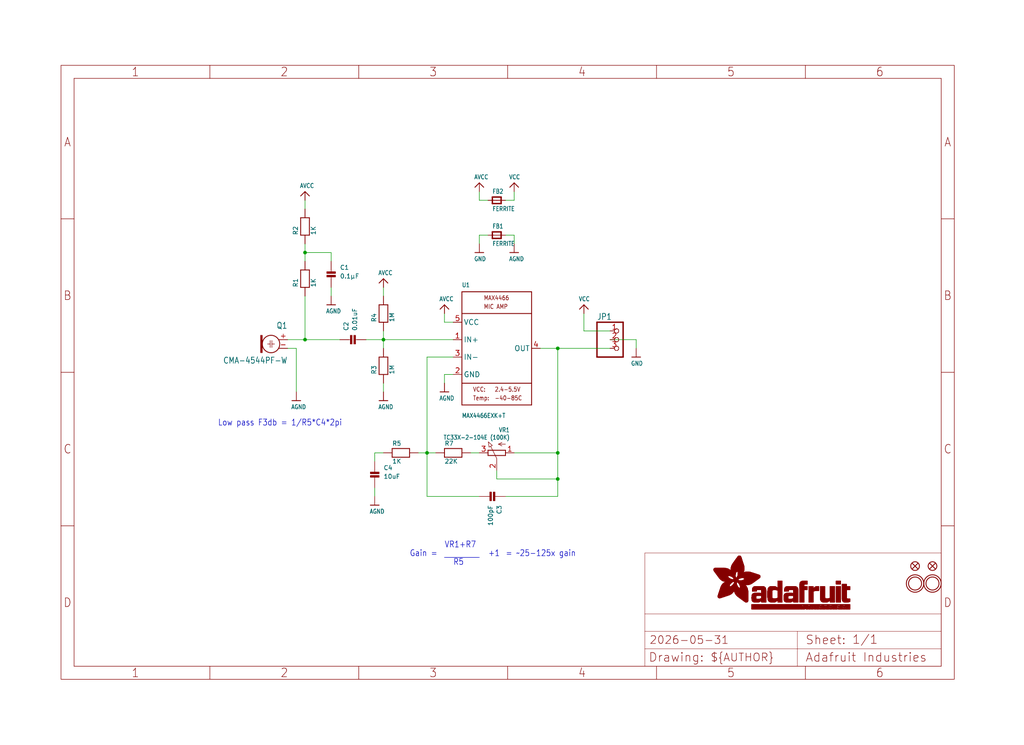
<source format=kicad_sch>
(kicad_sch (version 20250114) (generator "eeschema") (generator_version "9.0")
  (paper "User" 298.45 217.322)
  (lib_symbols
    (symbol "ece362proj-eagle-import:AGND" (power)
      (symbol "AGND_1_0"
        (pin power_in line (at 0 2.54 270) (length 2.54) (name "AGND") (number "1"))
      )
    )
    (symbol "ece362proj-eagle-import:AVCC" (power)
      (symbol "AVCC_1_0"
        (pin power_in line (at 0 -2.54 90) (length 2.54) (name "AVCC") (number "1"))
      )
    )
    (symbol "ece362proj-eagle-import:CAP_CERAMIC0805"
      (property "Reference" "C" (at 2.54 2.54 0))
      (symbol "CAP_CERAMIC0805_1_0"
        (pin passive line (at 0 5.08 270) (length 2.54) (name "P$1") (number "1"))
        (pin passive line (at 0 -2.54 90) (length 2.54) (name "P$2") (number "2"))
      )
    )
    (symbol "ece362proj-eagle-import:ELECTRET"
      (property "Reference" "Q" (at -2.54 -7.62 0))
      (symbol "ELECTRET_1_0"
        (pin passive line (at -2.54 0 0) (length 2.54) (name "1") (number "-"))
        (pin passive line (at -2.54 -2.54 0) (length 2.54) (name "2") (number "+"))
      )
    )
    (symbol "ece362proj-eagle-import:FERRITE0805"
      (property "Reference" "FB" (at -1.27 1.905 0))
      (symbol "FERRITE0805_1_0"
        (pin passive line (at -2.54 0 0) (length 2.54) (name "P$1") (number "1"))
        (pin passive line (at 2.54 0 180) (length 2.54) (name "P$2") (number "2"))
      )
    )
    (symbol "ece362proj-eagle-import:FIDUCIAL{dblquote}{dblquote}")
    (symbol "ece362proj-eagle-import:FRAME_A4_ADAFRUIT"
      (symbol "FRAME_A4_ADAFRUIT_1_0"
        (text "A" (at 1.905 156.6863 0) (effects (font (size 2.54 2.286))))
        (text "B" (at 1.905 111.9188 0) (effects (font (size 2.54 2.286))))
        (text "C" (at 1.905 67.1513 0) (effects (font (size 2.54 2.286))))
        (text "D" (at 1.905 22.3838 0) (effects (font (size 2.54 2.286))))
        (text "1" (at 21.6958 177.165 0) (effects (font (size 2.54 2.286))))
        (text "1" (at 21.6958 1.905 0) (effects (font (size 2.54 2.286))))
        (text "2" (at 65.0875 177.165 0) (effects (font (size 2.54 2.286))))
        (text "2" (at 65.0875 1.905 0) (effects (font (size 2.54 2.286))))
        (text "3" (at 108.4792 177.165 0) (effects (font (size 2.54 2.286))))
        (text "3" (at 108.4792 1.905 0) (effects (font (size 2.54 2.286))))
        (text "4" (at 151.8708 177.165 0) (effects (font (size 2.54 2.286))))
        (text "4" (at 151.8708 1.905 0) (effects (font (size 2.54 2.286))))
        (text "Drawing:" (at 171.196 4.953 0) (effects (font (size 2.54 2.54)) (justify left bottom)))
        (text "${PROJECTNAME}" (at 171.45 15.24 0) (effects (font (size 2.54 2.54)) (justify left bottom)))
        (text "${CURRENT_DATE}" (at 171.45 10.16 0) (effects (font (size 2.286 2.286)) (justify left bottom)))
        (text "${AUTHOR}" (at 189.23 5.08 0) (effects (font (size 2.286 2.286)) (justify left bottom)))
        (text "5" (at 195.2625 177.165 0) (effects (font (size 2.54 2.286))))
        (text "5" (at 195.2625 1.905 0) (effects (font (size 2.54 2.286))))
        (text "Sheet:" (at 216.916 10.033 0) (effects (font (size 2.54 2.54)) (justify left bottom)))
        (text "Adafruit Industries" (at 216.916 4.953 0) (effects (font (size 2.54 2.54)) (justify left bottom)))
        (text "${#}/${##}" (at 230.505 10.16 0) (effects (font (size 2.54 2.54)) (justify left bottom)))
        (text "6" (at 238.6542 177.165 0) (effects (font (size 2.54 2.286))))
        (text "6" (at 238.6542 1.905 0) (effects (font (size 2.54 2.286))))
        (text "A" (at 258.445 156.6863 0) (effects (font (size 2.54 2.286))))
        (text "B" (at 258.445 111.9188 0) (effects (font (size 2.54 2.286))))
        (text "C" (at 258.445 67.1513 0) (effects (font (size 2.54 2.286))))
        (text "D" (at 258.445 22.3838 0) (effects (font (size 2.54 2.286))))
      )
    )
    (symbol "ece362proj-eagle-import:GND" (power)
      (symbol "GND_1_0"
        (pin power_in line (at 0 2.54 270) (length 2.54) (name "GND") (number "1"))
      )
    )
    (symbol "ece362proj-eagle-import:HEADER-1X376MIL"
      (property "Reference" "JP" (at -6.35 5.715 0))
      (symbol "HEADER-1X376MIL_1_0"
        (pin passive inverted (at -2.54 2.54 0) (length 2.54) (name "1") (number "1"))
        (pin passive inverted (at -2.54 0 0) (length 2.54) (name "2") (number "2"))
        (pin passive inverted (at -2.54 -2.54 0) (length 2.54) (name "3") (number "3"))
      )
    )
    (symbol "ece362proj-eagle-import:MAX4466{dblquote}{dblquote}"
      (property "Reference" "U" (at -10.16 17.78 0))
      (symbol "MAX4466{dblquote}{dblquote}_1_0"
        (text "VCC:" (at -6.985 -12.7 0) (effects (font (size 1.27 1.0795)) (justify left bottom)))
        (text "Temp:" (at -6.985 -15.24 0) (effects (font (size 1.27 1.0795)) (justify left bottom)))
        (text "MAX4466" (at -3.81 13.97 0) (effects (font (size 1.27 1.0795)) (justify left bottom)))
        (text "MIC AMP" (at -3.81 11.43 0) (effects (font (size 1.27 1.0795)) (justify left bottom)))
        (text "2.4-5.5V" (at -0.635 -12.7 0) (effects (font (size 1.27 1.0795)) (justify left bottom)))
        (text "-40-85C" (at -0.635 -15.24 0) (effects (font (size 1.27 1.0795)) (justify left bottom)))
        (pin bidirectional line (at -12.7 7.62 0) (length 2.54) (name "VCC") (number "5"))
        (pin bidirectional line (at -12.7 2.54 0) (length 2.54) (name "IN+") (number "1"))
        (pin bidirectional line (at -12.7 -2.54 0) (length 2.54) (name "IN-") (number "3"))
        (pin bidirectional line (at -12.7 -7.62 0) (length 2.54) (name "GND") (number "2"))
        (pin bidirectional line (at 12.7 0 180) (length 2.54) (name "OUT") (number "4"))
      )
    )
    (symbol "ece362proj-eagle-import:MOUNTINGHOLE2.5")
    (symbol "ece362proj-eagle-import:RESISTOR0805"
      (property "Reference" "R" (at -2.54 2.032 0))
      (symbol "RESISTOR0805_1_0"
        (pin passive line (at -5.08 0 0) (length 2.54) (name "1") (number "1"))
        (pin passive line (at 5.08 0 180) (length 2.54) (name "2") (number "2"))
      )
    )
    (symbol "ece362proj-eagle-import:TRIMPOTTC33X-2"
      (property "Reference" "VR" (at -5.969 -3.81 90))
      (symbol "TRIMPOTTC33X-2_1_0"
        (pin passive line (at 0 5.08 270) (length 2.54) (name "E") (number "3"))
        (pin passive line (at 0 -5.08 90) (length 2.54) (name "A") (number "1"))
        (pin passive line (at 5.08 0 180) (length 2.54) (name "S") (number "2"))
      )
    )
    (symbol "ece362proj-eagle-import:VCC" (power)
      (symbol "VCC_1_0"
        (pin power_in line (at 0 -2.54 90) (length 2.54) (name "VCC") (number "1"))
      )
    )
  )
  (text "Low pass F3db = 1/R5*C4*2pi" (at 63.5 124.46 0) (effects (font (size 1.778 1.5113)) (justify left bottom)))
  (text "+1" (at 142.24 162.56 0) (effects (font (size 1.778 1.5113)) (justify left bottom)))
  (text "VR1+R7" (at 129.54 160.02 0) (effects (font (size 1.778 1.5113)) (justify left bottom)))
  (text "Gain =" (at 119.38 162.56 0) (effects (font (size 1.778 1.5113)) (justify left bottom)))
  (text "= ~25-125x gain" (at 147.32 162.56 0) (effects (font (size 1.778 1.5113)) (justify left bottom)))
  (text "R5" (at 132.08 165.1 0) (effects (font (size 1.778 1.5113)) (justify left bottom)))
  (junction (at 124.46 132.08))
  (junction (at 88.9 73.66))
  (junction (at 162.56 139.7))
  (junction (at 162.56 132.08))
  (junction (at 111.76 99.06))
  (junction (at 162.56 101.6))
  (junction (at 88.9 99.06))
  (wire (pts (xy 111.76 83.82) (xy 111.76 86.36)) (stroke (width 0.1524)))
  (wire (pts (xy 88.9 71.12) (xy 88.9 73.66)) (stroke (width 0.1524)))
  (wire (pts (xy 111.76 99.06) (xy 106.68 99.06)) (stroke (width 0.1524)))
  (wire (pts (xy 132.08 109.22) (xy 129.54 109.22)) (stroke (width 0.1524)))
  (wire (pts (xy 109.22 142.24) (xy 109.22 144.78)) (stroke (width 0.1524)))
  (wire (pts (xy 88.9 60.96) (xy 88.9 58.42)) (stroke (width 0.1524)))
  (wire (pts (xy 139.7 55.88) (xy 139.7 58.42)) (stroke (width 0.1524)))
  (wire (pts (xy 144.78 139.7) (xy 162.56 139.7)) (stroke (width 0.1524)))
  (wire (pts (xy 149.86 55.88) (xy 149.86 58.42)) (stroke (width 0.1524)))
  (wire (pts (xy 129.54 109.22) (xy 129.54 111.76)) (stroke (width 0.1524)))
  (wire (pts (xy 96.52 73.66) (xy 96.52 76.2)) (stroke (width 0.1524)))
  (wire (pts (xy 177.8 96.52) (xy 170.18 96.52)) (stroke (width 0.1524)))
  (wire (pts (xy 162.56 139.7) (xy 162.56 132.08)) (stroke (width 0.1524)))
  (wire (pts (xy 124.46 132.08) (xy 127 132.08)) (stroke (width 0.1524)))
  (wire (pts (xy 111.76 111.76) (xy 111.76 114.3)) (stroke (width 0.1524)))
  (wire (pts (xy 88.9 73.66) (xy 96.52 73.66)) (stroke (width 0.1524)))
  (wire (pts (xy 88.9 99.06) (xy 83.82 99.06)) (stroke (width 0.1524)))
  (wire (pts (xy 109.22 132.08) (xy 109.22 134.62)) (stroke (width 0.1524)))
  (wire (pts (xy 99.06 99.06) (xy 88.9 99.06)) (stroke (width 0.1524)))
  (wire (pts (xy 149.86 68.58) (xy 149.86 71.12)) (stroke (width 0.1524)))
  (wire (pts (xy 162.56 132.08) (xy 162.56 101.6)) (stroke (width 0.1524)))
  (wire (pts (xy 139.7 71.12) (xy 139.7 68.58)) (stroke (width 0.1524)))
  (wire (pts (xy 162.56 101.6) (xy 157.48 101.6)) (stroke (width 0.1524)))
  (wire (pts (xy 111.76 132.08) (xy 109.22 132.08)) (stroke (width 0.1524)))
  (wire (pts (xy 88.9 73.66) (xy 88.9 76.2)) (stroke (width 0.1524)))
  (wire (pts (xy 83.82 101.6) (xy 86.36 101.6)) (stroke (width 0.1524)))
  (wire (pts (xy 132.08 104.14) (xy 124.46 104.14)) (stroke (width 0.1524)))
  (wire (pts (xy 121.92 132.08) (xy 124.46 132.08)) (stroke (width 0.1524)))
  (wire (pts (xy 124.46 104.14) (xy 124.46 132.08)) (stroke (width 0.1524)))
  (wire (pts (xy 96.52 83.82) (xy 96.52 86.36)) (stroke (width 0.1524)))
  (wire (pts (xy 147.32 144.78) (xy 162.56 144.78)) (stroke (width 0.1524)))
  (wire (pts (xy 86.36 101.6) (xy 86.36 114.3)) (stroke (width 0.1524)))
  (wire (pts (xy 170.18 96.52) (xy 170.18 91.44)) (stroke (width 0.1524)))
  (polyline (pts (xy 129.54 162.56) (xy 139.7 162.56)) (stroke (width 0.1524) (type solid)))
  (wire (pts (xy 137.16 132.08) (xy 139.7 132.08)) (stroke (width 0.1524)))
  (wire (pts (xy 111.76 99.06) (xy 111.76 101.6)) (stroke (width 0.1524)))
  (wire (pts (xy 147.32 68.58) (xy 149.86 68.58)) (stroke (width 0.1524)))
  (wire (pts (xy 177.8 99.06) (xy 185.42 99.06)) (stroke (width 0.1524)))
  (wire (pts (xy 149.86 58.42) (xy 147.32 58.42)) (stroke (width 0.1524)))
  (wire (pts (xy 139.7 68.58) (xy 142.24 68.58)) (stroke (width 0.1524)))
  (wire (pts (xy 139.7 58.42) (xy 142.24 58.42)) (stroke (width 0.1524)))
  (wire (pts (xy 162.56 101.6) (xy 177.8 101.6)) (stroke (width 0.1524)))
  (wire (pts (xy 111.76 96.52) (xy 111.76 99.06)) (stroke (width 0.1524)))
  (wire (pts (xy 162.56 144.78) (xy 162.56 139.7)) (stroke (width 0.1524)))
  (wire (pts (xy 124.46 132.08) (xy 124.46 144.78)) (stroke (width 0.1524)))
  (wire (pts (xy 132.08 93.98) (xy 129.54 93.98)) (stroke (width 0.1524)))
  (wire (pts (xy 88.9 86.36) (xy 88.9 99.06)) (stroke (width 0.1524)))
  (wire (pts (xy 124.46 144.78) (xy 139.7 144.78)) (stroke (width 0.1524)))
  (wire (pts (xy 129.54 93.98) (xy 129.54 91.44)) (stroke (width 0.1524)))
  (wire (pts (xy 149.86 132.08) (xy 162.56 132.08)) (stroke (width 0.1524)))
  (wire (pts (xy 185.42 99.06) (xy 185.42 101.6)) (stroke (width 0.1524)))
  (wire (pts (xy 144.78 137.16) (xy 144.78 139.7)) (stroke (width 0.1524)))
  (wire (pts (xy 132.08 99.06) (xy 111.76 99.06)) (stroke (width 0.1524)))
  (symbol (lib_id "ece362proj-eagle-import:FIDUCIAL{dblquote}{dblquote}") (at 266.7 165.1 0) (unit 1)
    (property "Reference" "FID2" (effects (hide yes)))
    (property "Value" "FIDUCIAL{dblquote}{dblquote}" (effects (hide yes)))
    (property "Footprint" "ece362proj:FIDUCIAL_1MM" (effects (hide yes)))
  )
  (symbol (lib_id "ece362proj-eagle-import:MAX4466{dblquote}{dblquote}") (at 144.78 101.6 0) (unit 1)
    (property "Reference" "U1" (at 134.62 83.82 0) (effects (font (size 1.27 1.0795)) (justify left bottom)))
    (property "Value" "MAX4466EXK+T" (at 134.62 121.92 0) (effects (font (size 1.27 1.0795)) (justify left bottom)))
    (property "Footprint" "ece362proj:SC70-5" (effects (hide yes)))
  )
  (symbol (lib_id "ece362proj-eagle-import:CAP_CERAMIC0805") (at 104.14 99.06 90) (unit 1)
    (property "Reference" "C2" (at 101.6 96.52 0) (effects (justify left bottom)))
    (property "Value" "0.01uF" (at 104.14 96.52 0) (effects (justify left bottom)))
    (property "Footprint" "ece362proj:0805" (effects (hide yes)))
  )
  (symbol (lib_id "ece362proj-eagle-import:RESISTOR0805") (at 132.08 132.08 0) (unit 1)
    (property "Reference" "R7" (at 129.54 130.048 0) (effects (justify left bottom)))
    (property "Value" "22K" (at 129.54 135.255 0) (effects (justify left bottom)))
    (property "Footprint" "ece362proj:0805" (effects (hide yes)))
  )
  (symbol (lib_id "ece362proj-eagle-import:ELECTRET") (at 81.28 101.6 180) (unit 1)
    (property "Reference" "Q1" (at 83.82 93.98 0) (effects (font (size 1.778 1.5113)) (justify left bottom)))
    (property "Value" "CMA-4544PF-W" (at 83.82 104.14 0) (effects (font (size 1.778 1.5113)) (justify left bottom)))
    (property "Footprint" "ece362proj:ELECTRET_9.7" (effects (hide yes)))
  )
  (symbol (lib_id "ece362proj-eagle-import:CAP_CERAMIC0805") (at 142.24 144.78 270) (unit 1)
    (property "Reference" "C3" (at 144.78 147.32 0) (effects (justify left bottom)))
    (property "Value" "100pF" (at 142.24 147.32 0) (effects (justify left bottom)))
    (property "Footprint" "ece362proj:0805" (effects (hide yes)))
  )
  (symbol (lib_id "ece362proj-eagle-import:CAP_CERAMIC0805") (at 96.52 81.28 0) (unit 1)
    (property "Reference" "C1" (at 99.06 78.74 0) (effects (justify left bottom)))
    (property "Value" "0.1µF" (at 99.06 81.28 0) (effects (justify left bottom)))
    (property "Footprint" "ece362proj:0805" (effects (hide yes)))
  )
  (symbol (lib_id "ece362proj-eagle-import:AVCC") (at 88.9 55.88 0) (unit 1)
    (property "Reference" "#U$4" (effects (hide yes)))
    (property "Value" "AVCC" (at 87.376 54.864 0) (effects (font (size 1.27 1.0795)) (justify left bottom)))
  )
  (symbol (lib_id "ece362proj-eagle-import:AGND") (at 109.22 147.32 0) (unit 1)
    (property "Reference" "#U$5" (effects (hide yes)))
    (property "Value" "AGND" (at 107.696 149.86 0) (effects (font (size 1.27 1.0795)) (justify left bottom)))
  )
  (symbol (lib_id "ece362proj-eagle-import:GND") (at 139.7 73.66 0) (unit 1)
    (property "Reference" "#U$7" (effects (hide yes)))
    (property "Value" "GND" (at 138.176 76.2 0) (effects (font (size 1.27 1.0795)) (justify left bottom)))
  )
  (symbol (lib_id "ece362proj-eagle-import:RESISTOR0805") (at 88.9 81.28 90) (unit 1)
    (property "Reference" "R1" (at 86.868 83.82 0) (effects (justify left bottom)))
    (property "Value" "1K" (at 92.075 83.82 0) (effects (justify left bottom)))
    (property "Footprint" "ece362proj:0805" (effects (hide yes)))
  )
  (symbol (lib_id "ece362proj-eagle-import:HEADER-1X376MIL") (at 180.34 99.06 0) (unit 1)
    (property "Reference" "JP1" (at 173.99 93.345 0) (effects (font (size 1.778 1.5113)) (justify left bottom)))
    (property "Value" "HEADER-1X376MIL" (effects (hide yes)))
    (property "Footprint" "ece362proj:1X03_ROUND_76" (effects (hide yes)))
  )
  (symbol (lib_id "ece362proj-eagle-import:RESISTOR0805") (at 111.76 91.44 90) (unit 1)
    (property "Reference" "R4" (at 109.728 93.98 0) (effects (justify left bottom)))
    (property "Value" "1M" (at 114.935 93.98 0) (effects (justify left bottom)))
    (property "Footprint" "ece362proj:0805" (effects (hide yes)))
  )
  (symbol (lib_id "ece362proj-eagle-import:CAP_CERAMIC0805") (at 109.22 139.7 0) (unit 1)
    (property "Reference" "C4" (at 111.76 137.16 0) (effects (justify left bottom)))
    (property "Value" "10uF" (at 111.76 139.7 0) (effects (justify left bottom)))
    (property "Footprint" "ece362proj:0805" (effects (hide yes)))
  )
  (symbol (lib_id "ece362proj-eagle-import:RESISTOR0805") (at 88.9 66.04 90) (unit 1)
    (property "Reference" "R2" (at 86.868 68.58 0) (effects (justify left bottom)))
    (property "Value" "1K" (at 92.075 68.58 0) (effects (justify left bottom)))
    (property "Footprint" "ece362proj:0805" (effects (hide yes)))
  )
  (symbol (lib_id "ece362proj-eagle-import:VCC") (at 149.86 53.34 0) (unit 1)
    (property "Reference" "#P+4" (effects (hide yes)))
    (property "Value" "VCC" (at 148.336 52.324 0) (effects (font (size 1.27 1.0795)) (justify left bottom)))
  )
  (symbol (lib_id "ece362proj-eagle-import:RESISTOR0805") (at 116.84 132.08 0) (unit 1)
    (property "Reference" "R5" (at 114.3 130.048 0) (effects (justify left bottom)))
    (property "Value" "1K" (at 114.3 135.255 0) (effects (justify left bottom)))
    (property "Footprint" "ece362proj:0805" (effects (hide yes)))
  )
  (symbol (lib_id "ece362proj-eagle-import:AGND") (at 129.54 114.3 0) (unit 1)
    (property "Reference" "#U$8" (effects (hide yes)))
    (property "Value" "AGND" (at 128.016 116.84 0) (effects (font (size 1.27 1.0795)) (justify left bottom)))
  )
  (symbol (lib_id "ece362proj-eagle-import:VCC") (at 170.18 88.9 0) (unit 1)
    (property "Reference" "#P+1" (effects (hide yes)))
    (property "Value" "VCC" (at 168.656 87.884 0) (effects (font (size 1.27 1.0795)) (justify left bottom)))
  )
  (symbol (lib_id "ece362proj-eagle-import:FERRITE0805") (at 144.78 68.58 0) (unit 1)
    (property "Reference" "FB1" (at 143.51 66.675 0) (effects (font (size 1.27 1.0795)) (justify left bottom)))
    (property "Value" "FERRITE" (at 143.51 71.755 0) (effects (font (size 1.27 1.0795)) (justify left bottom)))
    (property "Footprint" "ece362proj:0805" (effects (hide yes)))
  )
  (symbol (lib_id "ece362proj-eagle-import:FRAME_A4_ADAFRUIT") (at 17.78 198.12 0) (unit 1)
    (property "Reference" "#U$1" (effects (hide yes)))
    (property "Value" "FRAME_A4_ADAFRUIT" (effects (hide yes)))
  )
  (symbol (lib_id "ece362proj-eagle-import:AGND") (at 111.76 116.84 0) (unit 1)
    (property "Reference" "#U$9" (effects (hide yes)))
    (property "Value" "AGND" (at 110.236 119.38 0) (effects (font (size 1.27 1.0795)) (justify left bottom)))
  )
  (symbol (lib_id "ece362proj-eagle-import:TRIMPOTTC33X-2") (at 144.78 132.08 90) (mirror x) (unit 1)
    (property "Reference" "VR1" (at 148.59 126.111 90) (effects (font (size 1.27 1.0795)) (justify left bottom)))
    (property "Value" "TC33X-2-104E (100K)" (at 148.59 128.27 90) (effects (font (size 1.27 1.0795)) (justify left bottom)))
    (property "Footprint" "ece362proj:TRIMPOT_BOURNS_TC33X-2" (effects (hide yes)))
  )
  (symbol (lib_id "ece362proj-eagle-import:GND") (at 185.42 104.14 0) (unit 1)
    (property "Reference" "#U$15" (effects (hide yes)))
    (property "Value" "GND" (at 183.896 106.68 0) (effects (font (size 1.27 1.0795)) (justify left bottom)))
  )
  (symbol (lib_id "ece362proj-eagle-import:FERRITE0805") (at 144.78 58.42 0) (unit 1)
    (property "Reference" "FB2" (at 143.51 56.515 0) (effects (font (size 1.27 1.0795)) (justify left bottom)))
    (property "Value" "FERRITE" (at 143.51 61.595 0) (effects (font (size 1.27 1.0795)) (justify left bottom)))
    (property "Footprint" "ece362proj:0805" (effects (hide yes)))
  )
  (symbol (lib_id "ece362proj-eagle-import:AVCC") (at 129.54 88.9 0) (unit 1)
    (property "Reference" "#U$3" (effects (hide yes)))
    (property "Value" "AVCC" (at 128.016 87.884 0) (effects (font (size 1.27 1.0795)) (justify left bottom)))
  )
  (symbol (lib_id "ece362proj-eagle-import:AVCC") (at 139.7 53.34 0) (unit 1)
    (property "Reference" "#U$6" (effects (hide yes)))
    (property "Value" "AVCC" (at 138.176 52.324 0) (effects (font (size 1.27 1.0795)) (justify left bottom)))
  )
  (symbol (lib_id "ece362proj-eagle-import:MOUNTINGHOLE2.5") (at 266.7 170.18 0) (unit 1)
    (property "Reference" "U$14" (effects (hide yes)))
    (property "Value" "MOUNTINGHOLE2.5" (effects (hide yes)))
    (property "Footprint" "ece362proj:MOUNTINGHOLE_2.5_PLATED" (effects (hide yes)))
  )
  (symbol (lib_id "ece362proj-eagle-import:AGND") (at 96.52 88.9 0) (unit 1)
    (property "Reference" "#U$10" (effects (hide yes)))
    (property "Value" "AGND" (at 94.996 91.44 0) (effects (font (size 1.27 1.0795)) (justify left bottom)))
  )
  (symbol (lib_id "ece362proj-eagle-import:MOUNTINGHOLE2.5") (at 271.78 170.18 0) (unit 1)
    (property "Reference" "U$11" (effects (hide yes)))
    (property "Value" "MOUNTINGHOLE2.5" (effects (hide yes)))
    (property "Footprint" "ece362proj:MOUNTINGHOLE_2.5_PLATED" (effects (hide yes)))
  )
  (symbol (lib_id "ece362proj-eagle-import:RESISTOR0805") (at 111.76 106.68 90) (unit 1)
    (property "Reference" "R3" (at 109.728 109.22 0) (effects (justify left bottom)))
    (property "Value" "1M" (at 114.935 109.22 0) (effects (justify left bottom)))
    (property "Footprint" "ece362proj:0805" (effects (hide yes)))
  )
  (symbol (lib_id "ece362proj-eagle-import:AGND") (at 86.36 116.84 0) (unit 1)
    (property "Reference" "#U$12" (effects (hide yes)))
    (property "Value" "AGND" (at 84.836 119.38 0) (effects (font (size 1.27 1.0795)) (justify left bottom)))
  )
  (symbol (lib_id "ece362proj-eagle-import:AVCC") (at 111.76 81.28 0) (unit 1)
    (property "Reference" "#U$13" (effects (hide yes)))
    (property "Value" "AVCC" (at 110.236 80.264 0) (effects (font (size 1.27 1.0795)) (justify left bottom)))
  )
  (symbol (lib_id "ece362proj-eagle-import:AGND") (at 149.86 73.66 0) (unit 1)
    (property "Reference" "#U$2" (effects (hide yes)))
    (property "Value" "AGND" (at 148.336 76.2 0) (effects (font (size 1.27 1.0795)) (justify left bottom)))
  )
  (symbol (lib_id "ece362proj-eagle-import:FIDUCIAL{dblquote}{dblquote}") (at 271.78 165.1 0) (unit 1)
    (property "Reference" "FID1" (effects (hide yes)))
    (property "Value" "FIDUCIAL{dblquote}{dblquote}" (effects (hide yes)))
    (property "Footprint" "ece362proj:FIDUCIAL_1MM" (effects (hide yes)))
  )
)
</source>
